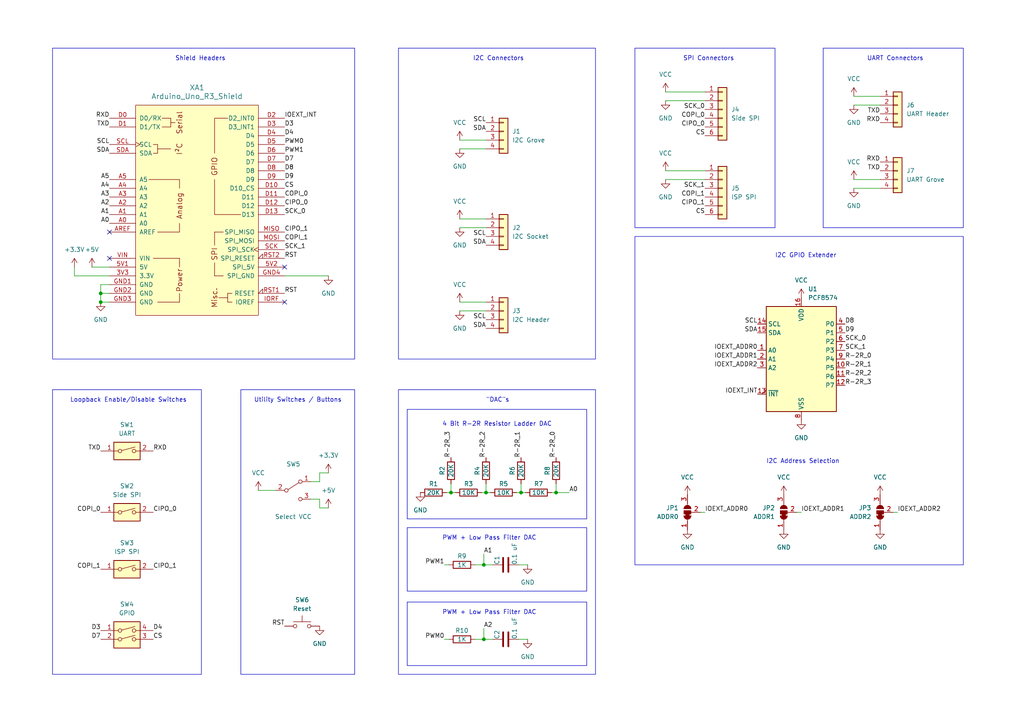
<source format=kicad_sch>
(kicad_sch (version 20230121) (generator eeschema)
  (paper "A4")
  (title_block (title "RIOT Peripheral Selftest Shield") (date "2023-06-06") (rev "0.2") (company "OVGU"))
  (lib_symbols
    (symbol "Connector_Generic:Conn_01x04" (pin_names (offset 1.016) hide)
      (property "Reference" "J" (at 0 5.08 0))
      (property "Value" "Conn_01x04" (at 0 -7.62 0))
      (symbol "Conn_01x04_1_1"
        (rectangle (start -1.27 -4.953) (end 0 -5.207) (stroke (width 0.1524)))
        (rectangle (start -1.27 -2.413) (end 0 -2.667) (stroke (width 0.1524)))
        (rectangle (start -1.27 0.127) (end 0 -0.127) (stroke (width 0.1524)))
        (rectangle (start -1.27 2.667) (end 0 2.413) (stroke (width 0.1524)))
        (rectangle (start -1.27 3.81) (end 1.27 -6.35) (stroke (width 0.254)) (fill (type background)))
        (pin passive line (at -5.08 2.54 0) (length 3.81) (name "Pin_1") (number "1"))
        (pin passive line (at -5.08 0 0) (length 3.81) (name "Pin_2") (number "2"))
        (pin passive line (at -5.08 -2.54 0) (length 3.81) (name "Pin_3") (number "3"))
        (pin passive line (at -5.08 -5.08 0) (length 3.81) (name "Pin_4") (number "4"))
      )
    )
    (symbol "Connector_Generic:Conn_01x06" (pin_names (offset 1.016) hide)
      (property "Reference" "J" (at 0 7.62 0))
      (property "Value" "Conn_01x06" (at 0 -10.16 0))
      (symbol "Conn_01x06_1_1"
        (rectangle (start -1.27 -7.493) (end 0 -7.747) (stroke (width 0.1524)))
        (rectangle (start -1.27 -4.953) (end 0 -5.207) (stroke (width 0.1524)))
        (rectangle (start -1.27 -2.413) (end 0 -2.667) (stroke (width 0.1524)))
        (rectangle (start -1.27 0.127) (end 0 -0.127) (stroke (width 0.1524)))
        (rectangle (start -1.27 2.667) (end 0 2.413) (stroke (width 0.1524)))
        (rectangle (start -1.27 5.207) (end 0 4.953) (stroke (width 0.1524)))
        (rectangle (start -1.27 6.35) (end 1.27 -8.89) (stroke (width 0.254)) (fill (type background)))
        (pin passive line (at -5.08 5.08 0) (length 3.81) (name "Pin_1") (number "1"))
        (pin passive line (at -5.08 2.54 0) (length 3.81) (name "Pin_2") (number "2"))
        (pin passive line (at -5.08 0 0) (length 3.81) (name "Pin_3") (number "3"))
        (pin passive line (at -5.08 -2.54 0) (length 3.81) (name "Pin_4") (number "4"))
        (pin passive line (at -5.08 -5.08 0) (length 3.81) (name "Pin_5") (number "5"))
        (pin passive line (at -5.08 -7.62 0) (length 3.81) (name "Pin_6") (number "6"))
      )
    )
    (symbol "Custom Symbols:Arduino_Uno_R3_Shield" (pin_names (offset 1.016))
      (property "Reference" "XA1" (at 0 35.56 0))
      (property "Value" "Arduino UNO Headers" (at 0 33.02 0))
      (symbol "Arduino_Uno_R3_Shield_0_0"
        (rectangle (start -17.78 30.48) (end 17.78 -30.48) (fill (type background)))
        (rectangle (start -12.7 -13.97) (end -5.08 -13.97))
        (rectangle (start -11.43 -26.67) (end -5.08 -26.67))
        (polyline (pts (xy -11.43 17.78) (xy -7.62 17.78)))
        (polyline (pts (xy -7.62 25.4) (xy -6.35 25.4)))
        (polyline (pts (xy -5.08 -26.67) (xy -5.08 -24.13)))
        (polyline (pts (xy -5.08 -15.24) (xy -5.08 -16.51)))
        (polyline (pts (xy -5.08 -13.97) (xy -5.08 -15.24)))
        (polyline (pts (xy -5.08 -3.81) (xy -5.08 -6.35) (xy -11.43 -6.35)))
        (polyline (pts (xy -5.08 6.35) (xy -5.08 8.89) (xy -13.97 8.89)))
        (polyline (pts (xy 5.08 8.89) (xy 5.08 -1.27) (xy 12.7 -1.27)))
        (polyline (pts (xy 5.08 16.51) (xy 5.08 26.67) (xy 8.89 26.67)))
        (polyline (pts (xy -12.7 19.05) (xy -11.43 19.05) (xy -11.43 16.51) (xy -12.7 16.51)))
        (polyline (pts (xy -10.16 26.67) (xy -7.62 26.67) (xy -7.62 24.13) (xy -10.16 24.13)))
        (rectangle (start 5.08 -19.05) (end 5.08 -15.24))
        (rectangle (start 5.08 -19.05) (end 7.62 -19.05))
        (rectangle (start 5.08 -10.16) (end 5.08 -6.35))
        (rectangle (start 7.62 -6.35) (end 5.08 -6.35))
        (rectangle (start 8.89 -25.4) (end 6.35 -25.4))
        (rectangle (start 8.89 -24.13) (end 8.89 -26.67))
        (rectangle (start 10.16 -26.67) (end 8.89 -26.67))
        (rectangle (start 10.16 -24.13) (end 8.89 -24.13))
        (text "Analog" (at -5.08 1.27 900) (effects (font (size 1.524 1.524))))
        (text "I²C" (at -5.08 17.78 900) (effects (font (size 1.524 1.524))))
        (text "Misc." (at 5.08 -25.4 900) (effects (font (size 1.524 1.524))))
        (text "Power" (at -5.08 -20.32 900) (effects (font (size 1.524 1.524))))
        (text "Serial" (at -5.08 25.4 900) (effects (font (size 1.524 1.524))))
        (text "SPI" (at 5.08 -12.7 900) (effects (font (size 1.524 1.524))))
      )
      (symbol "Arduino_Uno_R3_Shield_1_0"
        (text "GPIO" (at 5.08 12.7 900) (effects (font (size 1.524 1.524))))
      )
      (symbol "Arduino_Uno_R3_Shield_1_1"
        (pin power_out line (at -25.4 -19.05 0) (length 7.62) (name "3.3V") (number "3V3"))
        (pin power_in line (at -25.4 -16.51 0) (length 7.62) (name "5V") (number "5V1"))
        (pin power_in line (at 25.4 -16.51 180) (length 7.62) (name "SPI_5V") (number "5V2"))
        (pin bidirectional line (at -25.4 -3.81 0) (length 7.62) (name "A0") (number "A0"))
        (pin bidirectional line (at -25.4 -1.27 0) (length 7.62) (name "A1") (number "A1"))
        (pin bidirectional line (at -25.4 1.27 0) (length 7.62) (name "A2") (number "A2"))
        (pin bidirectional line (at -25.4 3.81 0) (length 7.62) (name "A3") (number "A3"))
        (pin bidirectional line (at -25.4 6.35 0) (length 7.62) (name "A4") (number "A4"))
        (pin bidirectional line (at -25.4 8.89 0) (length 7.62) (name "A5") (number "A5"))
        (pin input line (at -25.4 -6.35 0) (length 7.62) (name "AREF") (number "AREF"))
        (pin bidirectional line (at -25.4 26.67 0) (length 7.62) (name "D0/RX") (number "D0"))
        (pin bidirectional line (at -25.4 24.13 0) (length 7.62) (name "D1/TX") (number "D1"))
        (pin bidirectional line (at 25.4 6.35 180) (length 7.62) (name "D10_CS") (number "D10"))
        (pin bidirectional line (at 25.4 3.81 180) (length 7.62) (name "D11") (number "D11"))
        (pin bidirectional line (at 25.4 1.27 180) (length 7.62) (name "D12") (number "D12"))
        (pin bidirectional line (at 25.4 -1.27 180) (length 7.62) (name "D13") (number "D13"))
        (pin bidirectional line (at 25.4 26.67 180) (length 7.62) (name "D2_INT0") (number "D2"))
        (pin bidirectional line (at 25.4 24.13 180) (length 7.62) (name "D3_INT1") (number "D3"))
        (pin bidirectional line (at 25.4 21.59 180) (length 7.62) (name "D4") (number "D4"))
        (pin bidirectional line (at 25.4 19.05 180) (length 7.62) (name "D5") (number "D5"))
        (pin bidirectional line (at 25.4 16.51 180) (length 7.62) (name "D6") (number "D6"))
        (pin bidirectional line (at 25.4 13.97 180) (length 7.62) (name "D7") (number "D7"))
        (pin bidirectional line (at 25.4 11.43 180) (length 7.62) (name "D8") (number "D8"))
        (pin bidirectional line (at 25.4 8.89 180) (length 7.62) (name "D9") (number "D9"))
        (pin power_in line (at -25.4 -21.59 0) (length 7.62) (name "GND") (number "GND1"))
        (pin power_in line (at -25.4 -24.13 0) (length 7.62) (name "GND") (number "GND2"))
        (pin power_in line (at -25.4 -26.67 0) (length 7.62) (name "GND") (number "GND3"))
        (pin power_in line (at 25.4 -19.05 180) (length 7.62) (name "SPI_GND") (number "GND4"))
        (pin output line (at 25.4 -26.67 180) (length 7.62) (name "IOREF") (number "IORF"))
        (pin input line (at 25.4 -6.35 180) (length 7.62) (name "SPI_MISO") (number "MISO"))
        (pin output line (at 25.4 -8.89 180) (length 7.62) (name "SPI_MOSI") (number "MOSI"))
        (pin open_collector input_low (at 25.4 -24.13 180) (length 7.62) (name "RESET") (number "RST1"))
        (pin open_collector input_low (at 25.4 -13.97 180) (length 7.62) (name "SPI_RESET") (number "RST2"))
        (pin output clock (at 25.4 -11.43 180) (length 7.62) (name "SPI_SCK") (number "SCK"))
        (pin bidirectional clock (at -25.4 19.05 0) (length 7.62) (name "SCL") (number "SCL"))
        (pin bidirectional line (at -25.4 16.51 0) (length 7.62) (name "SDA") (number "SDA"))
        (pin power_in line (at -25.4 -13.97 0) (length 7.62) (name "VIN") (number "VIN"))
      )
    )
    (symbol "Device:C" (pin_numbers hide) (pin_names (offset 0.254))
      (property "Reference" "C" (at 0.635 2.54 0))
      (property "Value" "C" (at 0.635 -2.54 0))
      (symbol "C_0_1"
        (polyline (pts (xy -2.032 -0.762) (xy 2.032 -0.762)) (stroke (width 0.508)))
        (polyline (pts (xy -2.032 0.762) (xy 2.032 0.762)) (stroke (width 0.508)))
      )
      (symbol "C_1_1"
        (pin passive line (at 0 3.81 270) (length 2.794) (name "~") (number "1"))
        (pin passive line (at 0 -3.81 90) (length 2.794) (name "~") (number "2"))
      )
    )
    (symbol "Device:R" (pin_numbers hide) (pin_names (offset 0))
      (property "Reference" "R" (at 2.032 0 90))
      (property "Value" "R" (at 0 0 90))
      (symbol "R_0_1"
        (rectangle (start -1.016 -2.54) (end 1.016 2.54) (stroke (width 0.254)))
      )
      (symbol "R_1_1"
        (pin passive line (at 0 3.81 270) (length 1.27) (name "~") (number "1"))
        (pin passive line (at 0 -3.81 90) (length 1.27) (name "~") (number "2"))
      )
    )
    (symbol "Interface_Expansion:PCF8574"
      (property "Reference" "U" (at -8.89 16.51 0))
      (property "Value" "PCF8574" (at 2.54 16.51 0))
      (symbol "PCF8574_0_1"
        (rectangle (start -10.16 15.24) (end 10.16 -15.24) (stroke (width 0.254)) (fill (type background)))
      )
      (symbol "PCF8574_1_1"
        (pin input line (at -12.7 2.54 0) (length 2.54) (name "A0") (number "1"))
        (pin bidirectional line (at 12.7 -2.54 180) (length 2.54) (name "P5") (number "10"))
        (pin bidirectional line (at 12.7 -5.08 180) (length 2.54) (name "P6") (number "11"))
        (pin bidirectional line (at 12.7 -7.62 180) (length 2.54) (name "P7") (number "12"))
        (pin open_collector output_low (at -12.7 -10.16 0) (length 2.54) (name "~{INT}") (number "13"))
        (pin input line (at -12.7 10.16 0) (length 2.54) (name "SCL") (number "14"))
        (pin bidirectional line (at -12.7 7.62 0) (length 2.54) (name "SDA") (number "15"))
        (pin power_in line (at 0 17.78 270) (length 2.54) (name "VDD") (number "16"))
        (pin input line (at -12.7 0 0) (length 2.54) (name "A1") (number "2"))
        (pin input line (at -12.7 -2.54 0) (length 2.54) (name "A2") (number "3"))
        (pin bidirectional line (at 12.7 10.16 180) (length 2.54) (name "P0") (number "4"))
        (pin bidirectional line (at 12.7 7.62 180) (length 2.54) (name "P1") (number "5"))
        (pin bidirectional line (at 12.7 5.08 180) (length 2.54) (name "P2") (number "6"))
        (pin bidirectional line (at 12.7 2.54 180) (length 2.54) (name "P3") (number "7"))
        (pin power_in line (at 0 -17.78 90) (length 2.54) (name "VSS") (number "8"))
        (pin bidirectional line (at 12.7 0 180) (length 2.54) (name "P4") (number "9"))
      )
    )
    (symbol "Jumper:SolderJumper_3_Bridged12" (pin_names (offset 0) hide)
      (property "Reference" "JP" (at -2.54 -2.54 0))
      (property "Value" "SolderJumper_3_Bridged12" (at 0 2.794 0))
      (symbol "SolderJumper_3_Bridged12_0_1"
        (rectangle (start -1.016 0.508) (end -0.508 -0.508) (fill (type outline)))
        (arc (start -1.016 1.016) (mid -2.0276 0) (end -1.016 -1.016))
        (arc (start -1.016 1.016) (mid -2.0276 0) (end -1.016 -1.016) (fill (type outline)))
        (rectangle (start -0.508 1.016) (end 0.508 -1.016) (fill (type outline)))
        (polyline (pts (xy -2.54 0) (xy -2.032 0)))
        (polyline (pts (xy -1.016 1.016) (xy -1.016 -1.016)))
        (polyline (pts (xy 0 -1.27) (xy 0 -1.016)))
        (polyline (pts (xy 1.016 1.016) (xy 1.016 -1.016)))
        (polyline (pts (xy 2.54 0) (xy 2.032 0)))
        (arc (start 1.016 -1.016) (mid 2.0276 0) (end 1.016 1.016))
        (arc (start 1.016 -1.016) (mid 2.0276 0) (end 1.016 1.016) (fill (type outline)))
      )
      (symbol "SolderJumper_3_Bridged12_1_1"
        (pin passive line (at -5.08 0 0) (length 2.54) (name "A") (number "1"))
        (pin passive line (at 0 -3.81 90) (length 2.54) (name "C") (number "2"))
        (pin passive line (at 5.08 0 180) (length 2.54) (name "B") (number "3"))
      )
    )
    (symbol "Switch:SW_DIP_x01" (pin_names (offset 0) hide)
      (property "Reference" "SW" (at 0 3.81 0))
      (property "Value" "SW_DIP_x01" (at 0 -3.81 0))
      (symbol "SW_DIP_x01_0_0"
        (circle (center -2.032 0) (radius 0.508))
        (polyline (pts (xy -1.524 0.127) (xy 2.3622 1.1684)))
        (circle (center 2.032 0) (radius 0.508))
      )
      (symbol "SW_DIP_x01_0_1"
        (rectangle (start -3.81 2.54) (end 3.81 -2.54) (stroke (width 0.254)) (fill (type background)))
      )
      (symbol "SW_DIP_x01_1_1"
        (pin passive line (at -7.62 0 0) (length 5.08) (name "~") (number "1"))
        (pin passive line (at 7.62 0 180) (length 5.08) (name "~") (number "2"))
      )
    )
    (symbol "Switch:SW_DIP_x02" (pin_names (offset 0) hide)
      (property "Reference" "SW" (at 0 6.35 0))
      (property "Value" "SW_DIP_x02" (at 0 -3.81 0))
      (symbol "SW_DIP_x02_0_0"
        (circle (center -2.032 0) (radius 0.508))
        (circle (center -2.032 2.54) (radius 0.508))
        (polyline (pts (xy -1.524 0.127) (xy 2.3622 1.1684)))
        (polyline (pts (xy -1.524 2.667) (xy 2.3622 3.7084)))
        (circle (center 2.032 0) (radius 0.508))
        (circle (center 2.032 2.54) (radius 0.508))
      )
      (symbol "SW_DIP_x02_0_1"
        (rectangle (start -3.81 5.08) (end 3.81 -2.54) (stroke (width 0.254)) (fill (type background)))
      )
      (symbol "SW_DIP_x02_1_1"
        (pin passive line (at -7.62 2.54 0) (length 5.08) (name "~") (number "1"))
        (pin passive line (at -7.62 0 0) (length 5.08) (name "~") (number "2"))
        (pin passive line (at 7.62 0 180) (length 5.08) (name "~") (number "3"))
        (pin passive line (at 7.62 2.54 180) (length 5.08) (name "~") (number "4"))
      )
    )
    (symbol "Switch:SW_Push" (pin_numbers hide) (pin_names (offset 1.016) hide)
      (property "Reference" "SW" (at 1.27 2.54 0))
      (property "Value" "SW_Push" (at 0 -1.524 0))
      (symbol "SW_Push_0_1"
        (circle (center -2.032 0) (radius 0.508))
        (polyline (pts (xy 0 1.27) (xy 0 3.048)))
        (polyline (pts (xy 2.54 1.27) (xy -2.54 1.27)))
        (circle (center 2.032 0) (radius 0.508))
        (pin passive line (at -5.08 0 0) (length 2.54) (name "1") (number "1"))
        (pin passive line (at 5.08 0 180) (length 2.54) (name "2") (number "2"))
      )
    )
    (symbol "Switch:SW_SPDT" (pin_names (offset 0) hide)
      (property "Reference" "SW" (at 0 4.318 0))
      (property "Value" "SW_SPDT" (at 0 -5.08 0))
      (symbol "SW_SPDT_0_0"
        (circle (center -2.032 0) (radius 0.508))
        (circle (center 2.032 -2.54) (radius 0.508))
      )
      (symbol "SW_SPDT_0_1"
        (polyline (pts (xy -1.524 0.254) (xy 1.651 2.286)))
        (circle (center 2.032 2.54) (radius 0.508))
      )
      (symbol "SW_SPDT_1_1"
        (pin passive line (at 5.08 2.54 180) (length 2.54) (name "A") (number "1"))
        (pin passive line (at -5.08 0 0) (length 2.54) (name "B") (number "2"))
        (pin passive line (at 5.08 -2.54 180) (length 2.54) (name "C") (number "3"))
      )
    )
    (symbol "power:+3.3V" (power) (pin_names (offset 0))
      (property "Value" "+3.3V" (at 0 3.556 0))
      (symbol "+3.3V_0_1"
        (polyline (pts (xy -0.762 1.27) (xy 0 2.54)))
        (polyline (pts (xy 0 0) (xy 0 2.54)))
        (polyline (pts (xy 0 2.54) (xy 0.762 1.27)))
      )
      (symbol "+3.3V_1_1"
        (pin power_in line (at 0 0 90) (length 0) hide (name "+3.3V") (number "1"))
      )
    )
    (symbol "power:+5V" (power) (pin_names (offset 0))
      (property "Value" "+5V" (at 0 3.556 0))
      (symbol "+5V_0_1"
        (polyline (pts (xy -0.762 1.27) (xy 0 2.54)))
        (polyline (pts (xy 0 0) (xy 0 2.54)))
        (polyline (pts (xy 0 2.54) (xy 0.762 1.27)))
      )
      (symbol "+5V_1_1"
        (pin power_in line (at 0 0 90) (length 0) hide (name "+5V") (number "1"))
      )
    )
    (symbol "power:GND" (power) (pin_names (offset 0))
      (property "Value" "GND" (at 0 -3.81 0))
      (symbol "GND_0_1"
        (polyline (pts (xy 0 0) (xy 0 -1.27) (xy 1.27 -1.27) (xy 0 -2.54) (xy -1.27 -1.27) (xy 0 -1.27)))
      )
      (symbol "GND_1_1"
        (pin power_in line (at 0 0 270) (length 0) hide (name "GND") (number "1"))
      )
    )
    (symbol "power:VCC" (power) (pin_names (offset 0))
      (property "Value" "VCC" (at 0 3.81 0))
      (symbol "VCC_0_1"
        (polyline (pts (xy -0.762 1.27) (xy 0 2.54)))
        (polyline (pts (xy 0 0) (xy 0 2.54)))
        (polyline (pts (xy 0 2.54) (xy 0.762 1.27)))
      )
      (symbol "VCC_1_1"
        (pin power_in line (at 0 0 90) (length 0) hide (name "VCC") (number "1"))
      )
    )
  )
  (junction (at 140.97 142.875))
  (junction (at 140.335 185.42))
  (junction (at 151.13 142.875))
  (junction (at 140.335 163.83))
  (junction (at 130.81 142.875))
  (junction (at 161.29 142.875))
  (junction (at 29.21 87.63))
  (junction (at 29.21 85.09))
  (no_connect (at 82.55 77.47))
  (no_connect (at 31.75 67.31))
  (no_connect (at 82.55 87.63))
  (no_connect (at 31.75 74.93))
  (wire (pts (xy 29.21 87.63) (xy 29.21 85.09)))
  (wire (pts (xy 149.86 142.875) (xy 151.13 142.875)))
  (wire (pts (xy 161.29 140.335) (xy 161.29 142.875)))
  (wire (pts (xy 140.335 163.83) (xy 140.335 160.655)))
  (wire (pts (xy 151.13 142.875) (xy 152.4 142.875)))
  (wire (pts (xy 133.35 90.17) (xy 140.97 90.17)))
  (wire (pts (xy 29.21 87.63) (xy 31.75 87.63)))
  (wire (pts (xy 193.04 29.21) (xy 204.47 29.21)))
  (wire (pts (xy 21.59 80.01) (xy 21.59 77.47)))
  (wire (pts (xy 92.71 139.7) (xy 92.71 137.16)))
  (wire (pts (xy 29.21 82.55) (xy 31.75 82.55)))
  (wire (pts (xy 247.65 52.07) (xy 255.27 52.07)))
  (wire (pts (xy 140.335 185.42) (xy 142.875 185.42)))
  (wire (pts (xy 92.71 137.16) (xy 95.25 137.16)))
  (wire (pts (xy 26.67 77.47) (xy 31.75 77.47)))
  (wire (pts (xy 150.495 185.42) (xy 153.035 185.42)))
  (wire (pts (xy 203.2 148.59) (xy 204.47 148.59)))
  (wire (pts (xy 161.29 142.875) (xy 165.1 142.875)))
  (wire (pts (xy 133.35 43.18) (xy 140.97 43.18)))
  (wire (pts (xy 82.55 80.01) (xy 95.25 80.01)))
  (wire (pts (xy 247.65 54.61) (xy 255.27 54.61)))
  (wire (pts (xy 150.495 163.83) (xy 153.035 163.83)))
  (wire (pts (xy 137.795 185.42) (xy 140.335 185.42)))
  (wire (pts (xy 128.905 185.42) (xy 130.175 185.42)))
  (wire (pts (xy 29.21 85.09) (xy 31.75 85.09)))
  (wire (pts (xy 92.71 147.32) (xy 92.71 144.78)))
  (wire (pts (xy 133.35 63.5) (xy 140.97 63.5)))
  (wire (pts (xy 90.17 139.7) (xy 92.71 139.7)))
  (wire (pts (xy 247.65 27.94) (xy 255.27 27.94)))
  (wire (pts (xy 160.02 142.875) (xy 161.29 142.875)))
  (wire (pts (xy 139.7 142.875) (xy 140.97 142.875)))
  (wire (pts (xy 133.35 66.04) (xy 140.97 66.04)))
  (wire (pts (xy 130.81 142.875) (xy 132.08 142.875)))
  (wire (pts (xy 193.04 52.07) (xy 204.47 52.07)))
  (wire (pts (xy 140.97 142.875) (xy 142.24 142.875)))
  (wire (pts (xy 129.54 142.875) (xy 130.81 142.875)))
  (wire (pts (xy 31.75 80.01) (xy 21.59 80.01)))
  (wire (pts (xy 140.97 140.335) (xy 140.97 142.875)))
  (wire (pts (xy 140.335 185.42) (xy 140.335 182.245)))
  (wire (pts (xy 92.71 144.78) (xy 90.17 144.78)))
  (wire (pts (xy 95.25 147.32) (xy 92.71 147.32)))
  (wire (pts (xy 137.795 163.83) (xy 140.335 163.83)))
  (wire (pts (xy 231.14 148.59) (xy 232.41 148.59)))
  (wire (pts (xy 133.35 87.63) (xy 140.97 87.63)))
  (wire (pts (xy 151.13 140.335) (xy 151.13 142.875)))
  (wire (pts (xy 247.65 30.48) (xy 255.27 30.48)))
  (wire (pts (xy 193.04 26.67) (xy 204.47 26.67)))
  (wire (pts (xy 140.335 163.83) (xy 142.875 163.83)))
  (wire (pts (xy 29.21 85.09) (xy 29.21 82.55)))
  (wire (pts (xy 130.81 140.335) (xy 130.81 142.875)))
  (wire (pts (xy 133.35 40.64) (xy 140.97 40.64)))
  (wire (pts (xy 193.04 49.53) (xy 204.47 49.53)))
  (wire (pts (xy 74.93 142.24) (xy 80.01 142.24)))
  (wire (pts (xy 259.08 148.59) (xy 260.35 148.59)))
  (wire (pts (xy 128.905 163.83) (xy 130.175 163.83)))
  (rectangle (start 15.24 113.03) (end 58.42 195.58))
  (rectangle (start 118.11 118.745) (end 170.18 150.495))
  (rectangle (start 184.15 13.97) (end 224.79 66.04))
  (rectangle (start 115.57 13.97) (end 172.72 104.14))
  (rectangle (start 115.57 113.03) (end 172.72 195.58))
  (rectangle (start 69.85 113.03) (end 102.87 195.58))
  (rectangle (start 118.11 174.625) (end 170.18 193.04))
  (rectangle (start 15.24 13.97) (end 102.87 104.14))
  (rectangle (start 118.11 153.035) (end 170.18 171.45))
  (rectangle (start 184.15 68.58) (end 279.4 163.83))
  (rectangle (start 238.76 13.97) (end 279.4 66.04))
  (text "Loopback Enable/Disable Switches" (at 20.32 116.84 0) (effects (font (size 1.27 1.27)) (justify left bottom)))
  (text "Shield Headers" (at 50.8 17.78 0) (effects (font (size 1.27 1.27)) (justify left bottom)))
  (text "SPI Connectors" (at 198.12 17.78 0) (effects (font (size 1.27 1.27)) (justify left bottom)))
  (text "I2C GPIO Extender" (at 224.79 74.93 0) (effects (font (size 1.27 1.27)) (justify left bottom)))
  (text "I2C Connectors" (at 137.16 17.78 0) (effects (font (size 1.27 1.27)) (justify left bottom)))
  (text "PWM + Low Pass Filter DAC" (at 128.27 178.435 0) (effects (font (size 1.27 1.27)) (justify left bottom)))
  (text "\"DAC\"s" (at 140.97 116.84 0) (effects (font (size 1.27 1.27)) (justify left bottom)))
  (text "4 Bit R-2R Resistor Ladder DAC" (at 128.27 123.825 0) (effects (font (size 1.27 1.27)) (justify left bottom)))
  (text "UART Connectors" (at 251.46 17.78 0) (effects (font (size 1.27 1.27)) (justify left bottom)))
  (text "I2C Address Selection" (at 222.25 134.62 0) (effects (font (size 1.27 1.27)) (justify left bottom)))
  (text "Utility Switches / Buttons" (at 73.66 116.84 0) (effects (font (size 1.27 1.27)) (justify left bottom)))
  (text "PWM + Low Pass Filter DAC" (at 128.27 156.845 0) (effects (font (size 1.27 1.27)) (justify left bottom)))
  (label "SCL" (at 140.97 35.56 180))
  (label "R-2R_2" (at 140.97 132.715 90))
  (label "R-2R_0" (at 161.29 132.715 90))
  (label "IOEXT_ADDR1" (at 219.71 104.14 180))
  (label "D3" (at 82.55 36.83 0))
  (label "R-2R_3" (at 245.11 111.76 0))
  (label "IOEXT_ADDR0" (at 219.71 101.6 180))
  (label "SCK_0" (at 204.47 31.75 180))
  (label "D9" (at 245.11 96.52 0))
  (label "D7" (at 29.21 185.42 180))
  (label "PWM0" (at 82.55 41.91 0))
  (label "CIPO_1" (at 204.47 59.69 180))
  (label "CIPO_0" (at 204.47 36.83 180))
  (label "TXD" (at 255.27 49.53 180))
  (label "COPI_1" (at 29.21 165.1 180))
  (label "A5" (at 31.75 52.07 180))
  (label "R-2R_3" (at 130.81 132.715 90))
  (label "PWM1" (at 128.905 163.83 180))
  (label "SDA" (at 140.97 38.1 180))
  (label "PWM1" (at 82.55 44.45 0))
  (label "A2" (at 31.75 59.69 180))
  (label "D8" (at 245.11 93.98 0))
  (label "COPI_1" (at 82.55 69.85 0))
  (label "PWM0" (at 128.905 185.42 180))
  (label "D4" (at 44.45 182.88 0))
  (label "COPI_0" (at 204.47 34.29 180))
  (label "CIPO_1" (at 82.55 67.31 0))
  (label "RXD" (at 255.27 46.99 180))
  (label "IOEXT_INT" (at 82.55 34.29 0))
  (label "R-2R_0" (at 245.11 104.14 0))
  (label "RXD" (at 255.27 35.56 180))
  (label "SCK_0" (at 82.55 62.23 0))
  (label "IOEXT_ADDR2" (at 219.71 106.68 180))
  (label "TXD" (at 29.21 130.81 180))
  (label "A3" (at 31.75 57.15 180))
  (label "IOEXT_ADDR2" (at 260.35 148.59 0))
  (label "A0" (at 165.1 142.875 0))
  (label "CIPO_0" (at 44.45 148.59 0))
  (label "CS" (at 204.47 62.23 180))
  (label "SDA" (at 31.75 44.45 180))
  (label "A1" (at 31.75 62.23 180))
  (label "COPI_0" (at 82.55 57.15 0))
  (label "SCL" (at 140.97 68.58 180))
  (label "RST" (at 82.55 85.09 0))
  (label "R-2R_1" (at 245.11 106.68 0))
  (label "CS" (at 204.47 39.37 180))
  (label "CIPO_1" (at 44.45 165.1 0))
  (label "SDA" (at 219.71 96.52 180))
  (label "D3" (at 29.21 182.88 180))
  (label "IOEXT_ADDR0" (at 204.47 148.59 0))
  (label "CS" (at 82.55 54.61 0))
  (label "IOEXT_ADDR1" (at 232.41 148.59 0))
  (label "D9" (at 82.55 52.07 0))
  (label "RST" (at 82.55 181.61 180))
  (label "CS" (at 44.45 185.42 0))
  (label "RXD" (at 31.75 34.29 180))
  (label "TXD" (at 31.75 36.83 180))
  (label "RXD" (at 44.45 130.81 0))
  (label "SCK_1" (at 245.11 101.6 0))
  (label "R-2R_1" (at 151.13 132.715 90))
  (label "A0" (at 31.75 64.77 180))
  (label "IOEXT_INT" (at 219.71 114.3 180))
  (label "SCK_1" (at 204.47 54.61 180))
  (label "D8" (at 82.55 49.53 0))
  (label "COPI_0" (at 29.21 148.59 180))
  (label "SDA" (at 140.97 71.12 180))
  (label "RST" (at 82.55 74.93 0))
  (label "A1" (at 140.335 160.655 0))
  (label "SDA" (at 140.97 95.25 180))
  (label "A4" (at 31.75 54.61 180))
  (label "CIPO_0" (at 82.55 59.69 0))
  (label "R-2R_2" (at 245.11 109.22 0))
  (label "SCL" (at 140.97 92.71 180))
  (label "SCK_1" (at 82.55 72.39 0))
  (label "SCL" (at 31.75 41.91 180))
  (label "COPI_1" (at 204.47 57.15 180))
  (label "TXD" (at 255.27 33.02 180))
  (label "D4" (at 82.55 39.37 0))
  (label "D7" (at 82.55 46.99 0))
  (label "A2" (at 140.335 182.245 0))
  (label "SCK_0" (at 245.11 99.06 0))
  (label "SCL" (at 219.71 93.98 180))
  (symbol (lib_id "power:VCC") (at 227.33 143.51 0) (unit 1)
    (property "Reference" "#PWR014" (effects hide))
    (property "Value" "VCC" (at 227.33 138.43 0))
  )
  (symbol (lib_id "Device:R") (at 130.81 136.525 180) (unit 1)
    (property "Reference" "R2" (at 128.27 136.525 90))
    (property "Value" "20K" (at 130.81 136.525 90))
    (property "Footprint" "Resistor_SMD:R_0805_2012Metric" (effects hide))
  )
  (symbol (lib_id "power:GND") (at 193.04 29.21 0) (unit 1)
    (property "Reference" "#PWR027" (effects hide))
    (property "Value" "GND" (at 193.04 34.29 0))
  )
  (symbol (lib_id "Device:R") (at 146.05 142.875 90) (unit 1)
    (property "Reference" "R5" (at 146.05 140.335 90))
    (property "Value" "10K" (at 146.05 142.875 90))
    (property "Footprint" "Resistor_SMD:R_0805_2012Metric" (effects hide))
  )
  (symbol (lib_id "Device:R") (at 140.97 136.525 180) (unit 1)
    (property "Reference" "R4" (at 138.43 136.525 90))
    (property "Value" "20K" (at 140.97 136.525 90))
    (property "Footprint" "Resistor_SMD:R_0805_2012Metric" (effects hide))
  )
  (symbol (lib_id "power:VCC") (at 255.27 143.51 0) (unit 1)
    (property "Reference" "#PWR018" (effects hide))
    (property "Value" "VCC" (at 255.27 138.43 0))
  )
  (symbol (lib_id "Connector_Generic:Conn_01x06") (at 209.55 54.61 0) (unit 1)
    (property "Reference" "J5" (at 212.09 54.61 0) (effects (justify left)))
    (property "Value" "ISP SPI" (at 212.09 57.15 0) (effects (justify left)))
    (property "Footprint" "Connector_PinHeader_2.54mm:PinHeader_2x03_P2.54mm_Vertical" (effects hide))
  )
  (symbol (lib_id "Device:R") (at 135.89 142.875 90) (unit 1)
    (property "Reference" "R3" (at 135.89 140.335 90))
    (property "Value" "10K" (at 135.89 142.875 90))
    (property "Footprint" "Resistor_SMD:R_0805_2012Metric" (effects hide))
  )
  (symbol (lib_id "Switch:SW_DIP_x01") (at 36.83 130.81 0) (unit 1)
    (property "Reference" "SW1" (at 36.83 123.19 0))
    (property "Value" "UART" (at 36.83 125.73 0))
    (property "Footprint" "Button_Switch_THT:SW_DIP_SPSTx01_Slide_9.78x4.72mm_W7.62mm_P2.54mm" (effects hide))
  )
  (symbol (lib_id "power:GND") (at 133.35 43.18 0) (unit 1)
    (property "Reference" "#PWR021" (effects hide))
    (property "Value" "GND" (at 133.35 48.26 0))
  )
  (symbol (lib_id "power:GND") (at 227.33 153.67 0) (unit 1)
    (property "Reference" "#PWR015" (effects hide))
    (property "Value" "GND" (at 227.33 158.75 0))
  )
  (symbol (lib_id "power:GND") (at 255.27 153.67 0) (unit 1)
    (property "Reference" "#PWR019" (effects hide))
    (property "Value" "GND" (at 255.27 158.75 0))
  )
  (symbol (lib_id "power:GND") (at 29.21 87.63 0) (unit 1)
    (property "Reference" "#PWR03" (effects hide))
    (property "Value" "GND" (at 29.21 92.71 0))
  )
  (symbol (lib_id "power:VCC") (at 133.35 40.64 0) (unit 1)
    (property "Reference" "#PWR020" (effects hide))
    (property "Value" "VCC" (at 133.35 35.56 0))
  )
  (symbol (lib_id "power:VCC") (at 247.65 27.94 0) (unit 1)
    (property "Reference" "#PWR030" (effects hide))
    (property "Value" "VCC" (at 247.65 22.86 0))
  )
  (symbol (lib_id "power:GND") (at 232.41 121.92 0) (unit 1)
    (property "Reference" "#PWR017" (effects hide))
    (property "Value" "GND" (at 232.41 127 0))
  )
  (symbol (lib_id "power:+5V") (at 26.67 77.47 0) (unit 1)
    (property "Reference" "#PWR02" (effects hide))
    (property "Value" "+5V" (at 26.67 72.39 0))
  )
  (symbol (lib_id "Connector_Generic:Conn_01x04") (at 260.35 30.48 0) (unit 1)
    (property "Reference" "J6" (at 262.89 30.48 0) (effects (justify left)))
    (property "Value" "UART Header" (at 262.89 33.02 0) (effects (justify left)))
    (property "Footprint" "Connector_PinHeader_2.54mm:PinHeader_1x04_P2.54mm_Vertical" (effects hide))
  )
  (symbol (lib_id "Device:R") (at 156.21 142.875 90) (unit 1)
    (property "Reference" "R7" (at 156.21 140.335 90))
    (property "Value" "10K" (at 156.21 142.875 90))
    (property "Footprint" "Resistor_SMD:R_0805_2012Metric" (effects hide))
  )
  (symbol (lib_id "power:VCC") (at 199.39 143.51 0) (unit 1)
    (property "Reference" "#PWR012" (effects hide))
    (property "Value" "VCC" (at 199.39 138.43 0))
  )
  (symbol (lib_id "Device:R") (at 133.985 163.83 90) (unit 1)
    (property "Reference" "R9" (at 133.985 161.29 90))
    (property "Value" "1K" (at 133.985 163.83 90))
    (property "Footprint" "Resistor_THT:R_Axial_DIN0204_L3.6mm_D1.6mm_P2.54mm_Vertical" (effects hide))
  )
  (symbol (lib_id "power:+3.3V") (at 21.59 77.47 0) (unit 1)
    (property "Reference" "#PWR01" (effects hide))
    (property "Value" "+3.3V" (at 21.59 72.39 0))
  )
  (symbol (lib_id "power:GND") (at 247.65 30.48 0) (unit 1)
    (property "Reference" "#PWR031" (effects hide))
    (property "Value" "GND" (at 247.65 35.56 0))
  )
  (symbol (lib_id "power:GND") (at 153.035 185.42 0) (unit 1)
    (property "Reference" "#PWR034" (effects hide))
    (property "Value" "GND" (at 153.035 190.5 0))
  )
  (symbol (lib_id "power:GND") (at 247.65 54.61 0) (unit 1)
    (property "Reference" "#PWR033" (effects hide))
    (property "Value" "GND" (at 247.65 59.69 0))
  )
  (symbol (lib_id "Custom Symbols:Arduino_Uno_R3_Shield") (at 57.15 60.96 0) (unit 1)
    (property "Reference" "XA1" (at 57.15 25.4 0) (effects (font (size 1.524 1.524))))
    (property "Value" "Arduino_Uno_R3_Shield" (at 57.15 27.94 0) (effects (font (size 1.524 1.524))))
    (property "Footprint" "Custom Footprints:Arduino_Uno_R3_Shield" (effects hide))
    (property "Datasheet" "https://docs.arduino.cc/hardware/uno-rev3" (effects hide))
  )
  (symbol (lib_id "Switch:SW_DIP_x01") (at 36.83 165.1 0) (unit 1)
    (property "Reference" "SW3" (at 36.83 157.48 0))
    (property "Value" "ISP SPI" (at 36.83 160.02 0))
    (property "Footprint" "Button_Switch_THT:SW_DIP_SPSTx01_Slide_9.78x4.72mm_W7.62mm_P2.54mm" (effects hide))
  )
  (symbol (lib_id "power:VCC") (at 232.41 86.36 0) (unit 1)
    (property "Reference" "#PWR016" (effects hide))
    (property "Value" "VCC" (at 232.41 81.28 0))
  )
  (symbol (lib_id "power:VCC") (at 193.04 49.53 0) (unit 1)
    (property "Reference" "#PWR028" (effects hide))
    (property "Value" "VCC" (at 193.04 44.45 0))
  )
  (symbol (lib_id "Interface_Expansion:PCF8574") (at 232.41 104.14 0) (unit 1)
    (property "Reference" "U1" (at 234.3659 83.82 0) (effects (justify left)))
    (property "Value" "PCF8574" (at 234.3659 86.36 0) (effects (justify left)))
    (property "Footprint" "Package_DIP:DIP-16_W7.62mm" (effects hide))
    (property "Datasheet" "http://www.nxp.com/documents/data_sheet/PCF8574_PCF8574A.pdf" (effects hide))
  )
  (symbol (lib_id "power:+3.3V") (at 95.25 137.16 0) (unit 1)
    (property "Reference" "#PWR07" (effects hide))
    (property "Value" "+3.3V" (at 95.25 132.08 0))
  )
  (symbol (lib_id "Jumper:SolderJumper_3_Bridged12") (at 199.39 148.59 90) (unit 1)
    (property "Reference" "JP1" (at 196.85 147.32 90) (effects (justify left)))
    (property "Value" "ADDR0" (at 196.85 149.86 90) (effects (justify left)))
    (property "Footprint" "Jumper:SolderJumper-3_P1.3mm_Bridged12_RoundedPad1.0x1.5mm_NumberLabels" (effects hide))
  )
  (symbol (lib_id "Jumper:SolderJumper_3_Bridged12") (at 255.27 148.59 90) (unit 1)
    (property "Reference" "JP3" (at 252.73 147.32 90) (effects (justify left)))
    (property "Value" "ADDR2" (at 252.73 149.86 90) (effects (justify left)))
    (property "Footprint" "Jumper:SolderJumper-3_P1.3mm_Bridged12_RoundedPad1.0x1.5mm_NumberLabels" (effects hide))
  )
  (symbol (lib_id "power:VCC") (at 133.35 87.63 0) (unit 1)
    (property "Reference" "#PWR024" (effects hide))
    (property "Value" "VCC" (at 133.35 82.55 0))
  )
  (symbol (lib_id "power:VCC") (at 74.93 142.24 0) (unit 1)
    (property "Reference" "#PWR06" (effects hide))
    (property "Value" "VCC" (at 74.93 137.16 0))
  )
  (symbol (lib_id "power:GND") (at 153.035 163.83 0) (unit 1)
    (property "Reference" "#PWR010" (effects hide))
    (property "Value" "GND" (at 153.035 168.91 0))
  )
  (symbol (lib_id "Switch:SW_DIP_x01") (at 36.83 148.59 0) (unit 1)
    (property "Reference" "SW2" (at 36.83 140.97 0))
    (property "Value" "Side SPI" (at 36.83 143.51 0))
    (property "Footprint" "Button_Switch_THT:SW_DIP_SPSTx01_Slide_9.78x4.72mm_W7.62mm_P2.54mm" (effects hide))
  )
  (symbol (lib_id "Device:C") (at 146.685 163.83 90) (unit 1)
    (property "Reference" "C1" (at 144.145 163.83 0) (effects (justify left)))
    (property "Value" "0.1 uF" (at 149.225 163.83 0) (effects (justify left)))
    (property "Footprint" "Capacitor_THT:C_Disc_D7.5mm_W4.4mm_P5.00mm" (effects hide))
  )
  (symbol (lib_id "Connector_Generic:Conn_01x04") (at 146.05 38.1 0) (unit 1)
    (property "Reference" "J1" (at 148.59 38.1 0) (effects (justify left)))
    (property "Value" "I2C Grove" (at 148.59 40.64 0) (effects (justify left)))
    (property "Footprint" "Custom Footprints:grove_i2c" (effects hide))
  )
  (symbol (lib_id "Connector_Generic:Conn_01x04") (at 146.05 90.17 0) (unit 1)
    (property "Reference" "J3" (at 148.59 90.17 0) (effects (justify left)))
    (property "Value" "I2C Header" (at 148.59 92.71 0) (effects (justify left)))
    (property "Footprint" "Connector_PinHeader_2.54mm:PinHeader_1x04_P2.54mm_Vertical" (effects hide))
  )
  (symbol (lib_id "power:GND") (at 133.35 66.04 0) (unit 1)
    (property "Reference" "#PWR022" (effects hide))
    (property "Value" "GND" (at 133.35 71.12 0))
  )
  (symbol (lib_id "Device:R") (at 151.13 136.525 180) (unit 1)
    (property "Reference" "R6" (at 148.59 136.525 90))
    (property "Value" "20K" (at 151.13 136.525 90))
    (property "Footprint" "Resistor_SMD:R_0805_2012Metric" (effects hide))
  )
  (symbol (lib_id "power:VCC") (at 193.04 26.67 0) (unit 1)
    (property "Reference" "#PWR026" (effects hide))
    (property "Value" "VCC" (at 193.04 21.59 0))
  )
  (symbol (lib_id "power:GND") (at 92.71 181.61 0) (unit 1)
    (property "Reference" "#PWR011" (effects hide))
    (property "Value" "GND" (at 92.71 186.69 0))
  )
  (symbol (lib_id "Switch:SW_DIP_x02") (at 36.83 185.42 0) (unit 1)
    (property "Reference" "SW4" (at 36.83 175.26 0))
    (property "Value" "GPIO" (at 36.83 177.8 0))
    (property "Footprint" "Button_Switch_THT:SW_DIP_SPSTx02_Slide_9.78x7.26mm_W7.62mm_P2.54mm" (effects hide))
  )
  (symbol (lib_id "power:GND") (at 199.39 153.67 0) (unit 1)
    (property "Reference" "#PWR013" (effects hide))
    (property "Value" "GND" (at 199.39 158.75 0))
  )
  (symbol (lib_id "Connector_Generic:Conn_01x06") (at 209.55 31.75 0) (unit 1)
    (property "Reference" "J4" (at 212.09 31.75 0) (effects (justify left)))
    (property "Value" "Side SPI" (at 212.09 34.29 0) (effects (justify left)))
    (property "Footprint" "Connector_PinHeader_2.54mm:PinHeader_2x03_P2.54mm_Vertical" (effects hide))
  )
  (symbol (lib_id "Connector_Generic:Conn_01x04") (at 260.35 49.53 0) (unit 1)
    (property "Reference" "J7" (at 262.89 49.53 0) (effects (justify left)))
    (property "Value" "UART Grove" (at 262.89 52.07 0) (effects (justify left)))
    (property "Footprint" "Custom Footprints:grove_uart" (effects hide))
  )
  (symbol (lib_id "Switch:SW_SPDT") (at 85.09 142.24 0) (unit 1)
    (property "Reference" "SW5" (at 85.09 134.62 0))
    (property "Value" "Select VCC" (at 85.09 149.86 0))
    (property "Footprint" "Connector_PinHeader_2.54mm:PinHeader_1x03_P2.54mm_Vertical" (effects hide))
  )
  (symbol (lib_id "Device:C") (at 146.685 185.42 90) (unit 1)
    (property "Reference" "C2" (at 144.145 185.42 0) (effects (justify left)))
    (property "Value" "0.1 uF" (at 149.225 185.42 0) (effects (justify left)))
    (property "Footprint" "Capacitor_THT:C_Disc_D7.5mm_W4.4mm_P5.00mm" (effects hide))
  )
  (symbol (lib_id "power:+5V") (at 95.25 147.32 0) (unit 1)
    (property "Reference" "#PWR08" (effects hide))
    (property "Value" "+5V" (at 95.25 142.24 0))
  )
  (symbol (lib_id "power:VCC") (at 133.35 63.5 0) (unit 1)
    (property "Reference" "#PWR023" (effects hide))
    (property "Value" "VCC" (at 133.35 58.42 0))
  )
  (symbol (lib_id "power:GND") (at 95.25 80.01 0) (unit 1)
    (property "Reference" "#PWR05" (effects hide))
    (property "Value" "GND" (at 95.25 85.09 0))
  )
  (symbol (lib_id "power:GND") (at 133.35 90.17 0) (unit 1)
    (property "Reference" "#PWR025" (effects hide))
    (property "Value" "GND" (at 133.35 95.25 0))
  )
  (symbol (lib_id "Switch:SW_Push") (at 87.63 181.61 0) (unit 1)
    (property "Reference" "SW6" (at 87.63 173.99 0))
    (property "Value" "Reset" (at 87.63 176.53 0))
    (property "Footprint" "Button_Switch_THT:SW_PUSH_6mm_H4.3mm" (effects hide))
  )
  (symbol (lib_id "power:GND") (at 121.92 142.875 0) (unit 1)
    (property "Reference" "#PWR09" (effects hide))
    (property "Value" "GND" (at 121.92 147.955 0))
  )
  (symbol (lib_id "Device:R") (at 133.985 185.42 90) (unit 1)
    (property "Reference" "R10" (at 133.985 182.88 90))
    (property "Value" "1K" (at 133.985 185.42 90))
    (property "Footprint" "Resistor_THT:R_Axial_DIN0204_L3.6mm_D1.6mm_P2.54mm_Vertical" (effects hide))
  )
  (symbol (lib_id "power:VCC") (at 247.65 52.07 0) (unit 1)
    (property "Reference" "#PWR032" (effects hide))
    (property "Value" "VCC" (at 247.65 46.99 0))
  )
  (symbol (lib_id "Connector_Generic:Conn_01x04") (at 146.05 66.04 0) (unit 1)
    (property "Reference" "J2" (at 148.59 66.04 0) (effects (justify left)))
    (property "Value" "I2C Socket" (at 148.59 68.58 0) (effects (justify left)))
    (property "Footprint" "Connector_PinSocket_2.54mm:PinSocket_1x04_P2.54mm_Vertical" (effects hide))
  )
  (symbol (lib_id "power:GND") (at 193.04 52.07 0) (unit 1)
    (property "Reference" "#PWR029" (effects hide))
    (property "Value" "GND" (at 193.04 57.15 0))
  )
  (symbol (lib_id "Device:R") (at 161.29 136.525 180) (unit 1)
    (property "Reference" "R8" (at 158.75 136.525 90))
    (property "Value" "20K" (at 161.29 136.525 90))
    (property "Footprint" "Resistor_SMD:R_0805_2012Metric" (effects hide))
  )
  (symbol (lib_id "Device:R") (at 125.73 142.875 90) (unit 1)
    (property "Reference" "R1" (at 125.73 140.335 90))
    (property "Value" "20K" (at 125.73 142.875 90))
    (property "Footprint" "Resistor_SMD:R_0805_2012Metric" (effects hide))
  )
  (symbol (lib_id "Jumper:SolderJumper_3_Bridged12") (at 227.33 148.59 90) (unit 1)
    (property "Reference" "JP2" (at 224.79 147.32 90) (effects (justify left)))
    (property "Value" "ADDR1" (at 224.79 149.86 90) (effects (justify left)))
    (property "Footprint" "Jumper:SolderJumper-3_P1.3mm_Bridged12_RoundedPad1.0x1.5mm_NumberLabels" (effects hide))
  )
)
</source>
